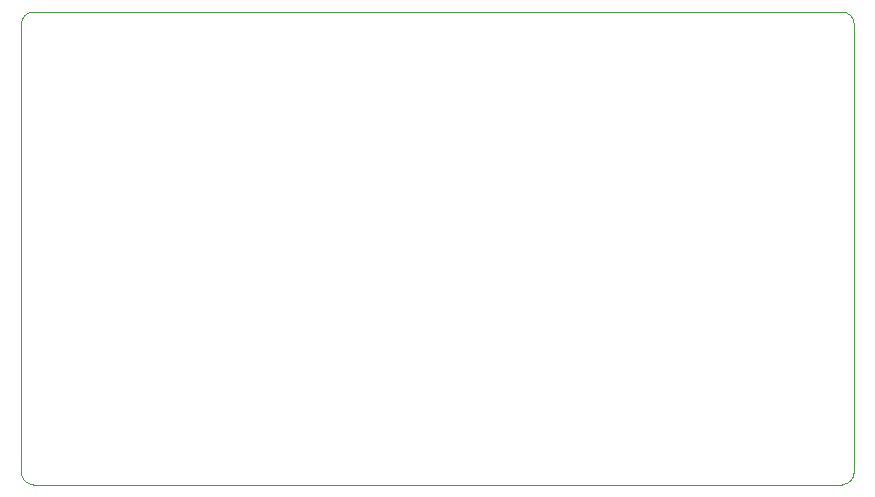
<source format=gbr>
G04 #@! TF.GenerationSoftware,KiCad,Pcbnew,(6.0.0-0)*
G04 #@! TF.CreationDate,2022-01-14T20:36:58+01:00*
G04 #@! TF.ProjectId,ATMEL-ICE-Octopus,41544d45-4c2d-4494-9345-2d4f63746f70,rev?*
G04 #@! TF.SameCoordinates,Original*
G04 #@! TF.FileFunction,Profile,NP*
%FSLAX46Y46*%
G04 Gerber Fmt 4.6, Leading zero omitted, Abs format (unit mm)*
G04 Created by KiCad (PCBNEW (6.0.0-0)) date 2022-01-14 20:36:58*
%MOMM*%
%LPD*%
G01*
G04 APERTURE LIST*
G04 #@! TA.AperFunction,Profile*
%ADD10C,0.100000*%
G04 #@! TD*
G04 APERTURE END LIST*
D10*
X90500000Y-119000000D02*
X90500000Y-81000000D01*
X160000000Y-120000000D02*
X91500000Y-120000000D01*
X160000000Y-120000000D02*
G75*
G03*
X161000000Y-119000000I-1J1000001D01*
G01*
X160000000Y-80000000D02*
X91500000Y-80000000D01*
X161000000Y-81000000D02*
G75*
G03*
X160000000Y-80000000I-1000001J-1D01*
G01*
X161000000Y-119000000D02*
X161000000Y-81000000D01*
X91500000Y-80000000D02*
G75*
G03*
X90500000Y-81000000I-1J-999999D01*
G01*
X90500000Y-119000000D02*
G75*
G03*
X91500000Y-120000000I1000001J1D01*
G01*
M02*

</source>
